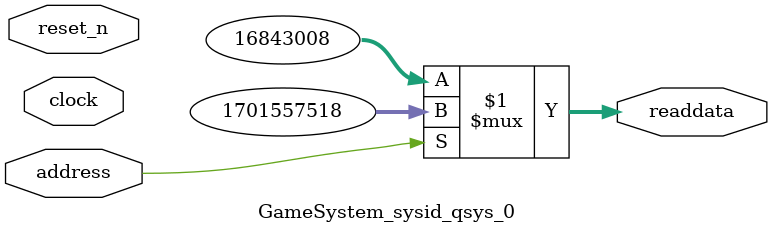
<source format=v>



// synthesis translate_off
`timescale 1ns / 1ps
// synthesis translate_on

// turn off superfluous verilog processor warnings 
// altera message_level Level1 
// altera message_off 10034 10035 10036 10037 10230 10240 10030 

module GameSystem_sysid_qsys_0 (
               // inputs:
                address,
                clock,
                reset_n,

               // outputs:
                readdata
             )
;

  output  [ 31: 0] readdata;
  input            address;
  input            clock;
  input            reset_n;

  wire    [ 31: 0] readdata;
  //control_slave, which is an e_avalon_slave
  assign readdata = address ? 1701557518 : 16843008;

endmodule



</source>
